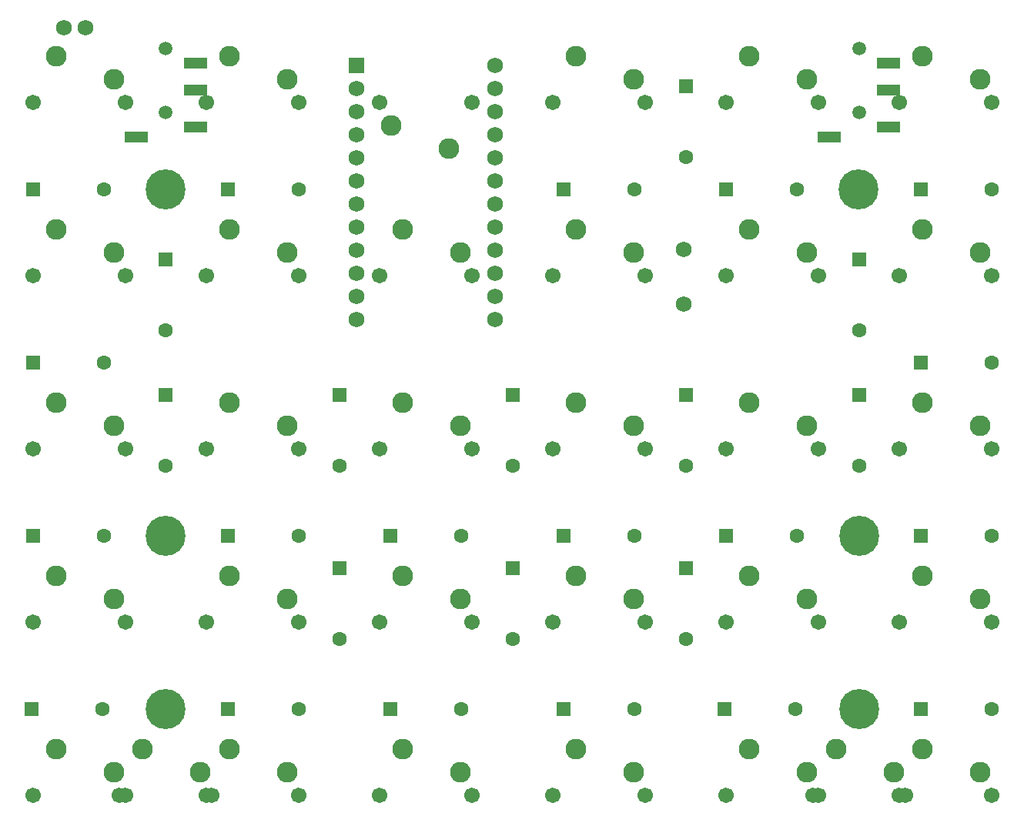
<source format=gts>
G04 #@! TF.FileFunction,Soldermask,Top*
%FSLAX46Y46*%
G04 Gerber Fmt 4.6, Leading zero omitted, Abs format (unit mm)*
G04 Created by KiCad (PCBNEW 4.0.7-e2-6376~58~ubuntu16.04.1) date Sat Feb 17 22:51:26 2018*
%MOMM*%
%LPD*%
G01*
G04 APERTURE LIST*
%ADD10C,0.100000*%
%ADD11C,2.286000*%
%ADD12C,1.701800*%
%ADD13R,1.752600X1.752600*%
%ADD14C,1.752600*%
%ADD15C,4.400000*%
%ADD16R,1.600000X1.600000*%
%ADD17C,1.600000*%
%ADD18R,2.500000X1.200000*%
%ADD19C,1.500000*%
G04 APERTURE END LIST*
D10*
D11*
X114141748Y-144939390D03*
X120491748Y-147479390D03*
D12*
X121761748Y-150019390D03*
X111601748Y-150019390D03*
D11*
X171291250Y-125888750D03*
X177641250Y-128428750D03*
D12*
X178911250Y-130968750D03*
X168751250Y-130968750D03*
D11*
X171291250Y-106838750D03*
X177641250Y-109378750D03*
D12*
X178911250Y-111918750D03*
X168751250Y-111918750D03*
D11*
X171291250Y-87788750D03*
X177641250Y-90328750D03*
D12*
X178911250Y-92868750D03*
X168751250Y-92868750D03*
D11*
X114141250Y-125888750D03*
X120491250Y-128428750D03*
D12*
X121761250Y-130968750D03*
X111601250Y-130968750D03*
D11*
X133191250Y-125888750D03*
X139541250Y-128428750D03*
D12*
X140811250Y-130968750D03*
X130651250Y-130968750D03*
D13*
X147161910Y-69707476D03*
D14*
X147161910Y-72247476D03*
X147161910Y-74787476D03*
X147161910Y-77327476D03*
X147161910Y-79867476D03*
X147161910Y-82407476D03*
X147161910Y-84947476D03*
X147161910Y-87487476D03*
X147161910Y-90027476D03*
X147161910Y-92567476D03*
X147161910Y-95107476D03*
X147161910Y-97647476D03*
X162401910Y-97647476D03*
X162401910Y-95107476D03*
X162401910Y-92567476D03*
X162401910Y-90027476D03*
X162401910Y-87487476D03*
X162401910Y-84947476D03*
X162401910Y-82407476D03*
X162401910Y-79867476D03*
X162401910Y-77327476D03*
X162401910Y-74787476D03*
X162401910Y-72247476D03*
X162401910Y-69707476D03*
X114995313Y-65567969D03*
X117376563Y-65567969D03*
X183159375Y-89976174D03*
D15*
X126206250Y-83343750D03*
X126206788Y-140494349D03*
X202407114Y-140494349D03*
X202406250Y-83343750D03*
X126206788Y-121444268D03*
X202407114Y-121444267D03*
D16*
X111590625Y-121443750D03*
D17*
X119390625Y-121443750D03*
D16*
X111590625Y-83343750D03*
D17*
X119390625Y-83343750D03*
D16*
X133021875Y-83343750D03*
D17*
X140821875Y-83343750D03*
D16*
X169931250Y-83343750D03*
D17*
X177731250Y-83343750D03*
D16*
X183357032Y-72002668D03*
D17*
X183357032Y-79802668D03*
D16*
X187790625Y-83343750D03*
D17*
X195590625Y-83343750D03*
D16*
X209221875Y-83343750D03*
D17*
X217021875Y-83343750D03*
D16*
X111590625Y-102393750D03*
D17*
X119390625Y-102393750D03*
D16*
X126206788Y-91052749D03*
D17*
X126206788Y-98852749D03*
D16*
X164306951Y-105935625D03*
D17*
X164306951Y-113735625D03*
D16*
X183357032Y-105935625D03*
D17*
X183357032Y-113735625D03*
D16*
X202407114Y-91052749D03*
D17*
X202407114Y-98852749D03*
D16*
X209222784Y-102394187D03*
D17*
X217022784Y-102394187D03*
D16*
X126206788Y-105935625D03*
D17*
X126206788Y-113735625D03*
D16*
X145256870Y-105935625D03*
D17*
X145256870Y-113735625D03*
D16*
X150881250Y-121443750D03*
D17*
X158681250Y-121443750D03*
D16*
X169931250Y-121443750D03*
D17*
X177731250Y-121443750D03*
D16*
X187790625Y-121443750D03*
D17*
X195590625Y-121443750D03*
D16*
X202407114Y-105935625D03*
D17*
X202407114Y-113735625D03*
D16*
X133022459Y-121444268D03*
D17*
X140822459Y-121444268D03*
D16*
X145256870Y-124985706D03*
D17*
X145256870Y-132785706D03*
D16*
X164306951Y-124985706D03*
D17*
X164306951Y-132785706D03*
D16*
X183357032Y-124985706D03*
D17*
X183357032Y-132785706D03*
D16*
X209222784Y-121444268D03*
D17*
X217022784Y-121444268D03*
D16*
X111442289Y-140494349D03*
D17*
X119242289Y-140494349D03*
D16*
X150881910Y-140494349D03*
D17*
X158681910Y-140494349D03*
D16*
X169931992Y-140494349D03*
D17*
X177731992Y-140494349D03*
D16*
X187642614Y-140494349D03*
D17*
X195442614Y-140494349D03*
D16*
X209222784Y-140494349D03*
D17*
X217022784Y-140494349D03*
D16*
X133022459Y-140494349D03*
D17*
X140822459Y-140494349D03*
D11*
X171291992Y-144939390D03*
X177641992Y-147479390D03*
D12*
X178911992Y-150019390D03*
X168751992Y-150019390D03*
D11*
X152241910Y-144939390D03*
X158591910Y-147479390D03*
D12*
X159861910Y-150019390D03*
X149701910Y-150019390D03*
D11*
X190341250Y-125888750D03*
X196691250Y-128428750D03*
D12*
X197961250Y-130968750D03*
X187801250Y-130968750D03*
D11*
X209391250Y-106838750D03*
X215741250Y-109378750D03*
D12*
X217011250Y-111918750D03*
X206851250Y-111918750D03*
D11*
X190341250Y-106838750D03*
X196691250Y-109378750D03*
D12*
X197961250Y-111918750D03*
X187801250Y-111918750D03*
D11*
X152241250Y-106838750D03*
X158591250Y-109378750D03*
D12*
X159861250Y-111918750D03*
X149701250Y-111918750D03*
D11*
X133191250Y-106838750D03*
X139541250Y-109378750D03*
D12*
X140811250Y-111918750D03*
X130651250Y-111918750D03*
D11*
X114141250Y-106838750D03*
X120491250Y-109378750D03*
D12*
X121761250Y-111918750D03*
X111601250Y-111918750D03*
D11*
X209391250Y-87788750D03*
X215741250Y-90328750D03*
D12*
X217011250Y-92868750D03*
X206851250Y-92868750D03*
D11*
X190341250Y-87788750D03*
X196691250Y-90328750D03*
D12*
X197961250Y-92868750D03*
X187801250Y-92868750D03*
D11*
X152241250Y-87788750D03*
X158591250Y-90328750D03*
D12*
X159861250Y-92868750D03*
X149701250Y-92868750D03*
D11*
X133191250Y-87788750D03*
X139541250Y-90328750D03*
D12*
X140811250Y-92868750D03*
X130651250Y-92868750D03*
D11*
X114141250Y-87788750D03*
X120491250Y-90328750D03*
D12*
X121761250Y-92868750D03*
X111601250Y-92868750D03*
D11*
X171291250Y-68738750D03*
X177641250Y-71278750D03*
D12*
X178911250Y-73818750D03*
X168751250Y-73818750D03*
D11*
X157321250Y-78898750D03*
X150971250Y-76358750D03*
D12*
X149701250Y-73818750D03*
X159861250Y-73818750D03*
D11*
X209391250Y-125888750D03*
X215741250Y-128428750D03*
D12*
X217011250Y-130968750D03*
X206851250Y-130968750D03*
D11*
X152241250Y-125888750D03*
X158591250Y-128428750D03*
D12*
X159861250Y-130968750D03*
X149701250Y-130968750D03*
D18*
X122956788Y-77553435D03*
X129456788Y-76453435D03*
X129456788Y-72453435D03*
X129456788Y-69453435D03*
D19*
X126206788Y-67853435D03*
X126206788Y-74853435D03*
D18*
X199157114Y-77553435D03*
X205657114Y-76453435D03*
X205657114Y-72453435D03*
X205657114Y-69453435D03*
D19*
X202407114Y-67853435D03*
X202407114Y-74853435D03*
D11*
X114141250Y-68738750D03*
X120491250Y-71278750D03*
D12*
X121761250Y-73818750D03*
X111601250Y-73818750D03*
D11*
X209391250Y-68738750D03*
X215741250Y-71278750D03*
D12*
X217011250Y-73818750D03*
X206851250Y-73818750D03*
D11*
X190341250Y-68738750D03*
X196691250Y-71278750D03*
D12*
X197961250Y-73818750D03*
X187801250Y-73818750D03*
D11*
X190342073Y-144939390D03*
X196692073Y-147479390D03*
D12*
X197962073Y-150019390D03*
X187802073Y-150019390D03*
D11*
X133191250Y-68738750D03*
X139541250Y-71278750D03*
D12*
X140811250Y-73818750D03*
X130651250Y-73818750D03*
X206852114Y-150019390D03*
X217012114Y-150019390D03*
D11*
X215742114Y-147479390D03*
X209392114Y-144939390D03*
X199867114Y-144939390D03*
X206217114Y-147479390D03*
D12*
X207487114Y-150019390D03*
X197327114Y-150019390D03*
X130651788Y-150019390D03*
X140811788Y-150019390D03*
D11*
X139541788Y-147479390D03*
X133191788Y-144939390D03*
X123666788Y-144939390D03*
X130016788Y-147479390D03*
D12*
X131286788Y-150019390D03*
X121126788Y-150019390D03*
D14*
X183159375Y-95929324D03*
M02*

</source>
